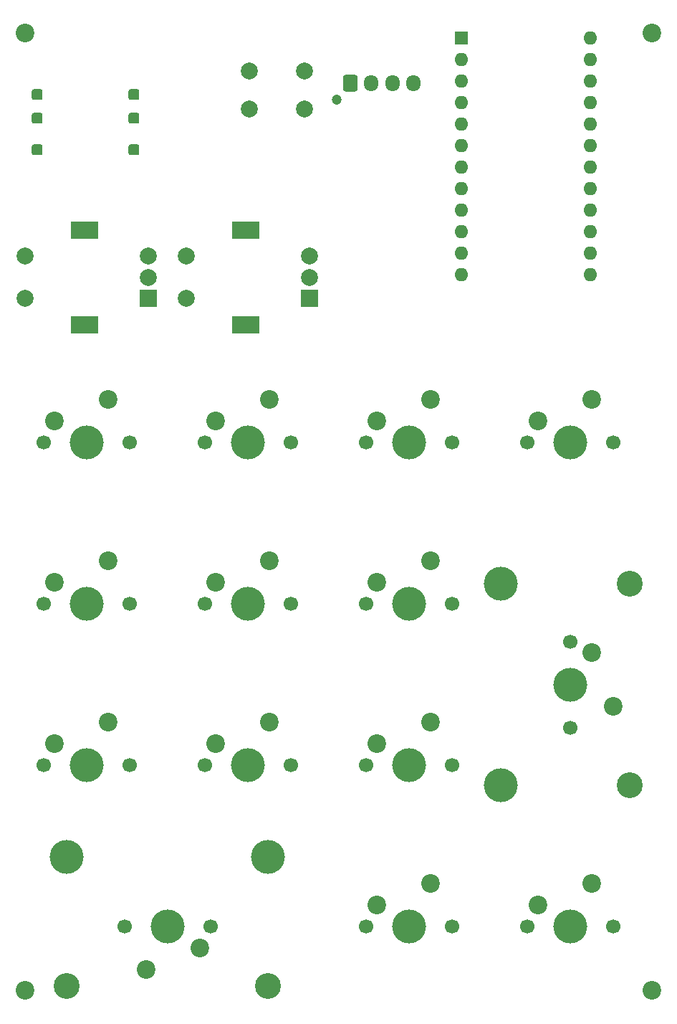
<source format=gbr>
%TF.GenerationSoftware,KiCad,Pcbnew,9.0.4*%
%TF.CreationDate,2025-08-26T19:34:46+02:00*%
%TF.ProjectId,shaghayeghs-keyboard,73686167-6861-4796-9567-68732d6b6579,rev?*%
%TF.SameCoordinates,Original*%
%TF.FileFunction,Soldermask,Bot*%
%TF.FilePolarity,Negative*%
%FSLAX46Y46*%
G04 Gerber Fmt 4.6, Leading zero omitted, Abs format (unit mm)*
G04 Created by KiCad (PCBNEW 9.0.4) date 2025-08-26 19:34:46*
%MOMM*%
%LPD*%
G01*
G04 APERTURE LIST*
G04 Aperture macros list*
%AMRoundRect*
0 Rectangle with rounded corners*
0 $1 Rounding radius*
0 $2 $3 $4 $5 $6 $7 $8 $9 X,Y pos of 4 corners*
0 Add a 4 corners polygon primitive as box body*
4,1,4,$2,$3,$4,$5,$6,$7,$8,$9,$2,$3,0*
0 Add four circle primitives for the rounded corners*
1,1,$1+$1,$2,$3*
1,1,$1+$1,$4,$5*
1,1,$1+$1,$6,$7*
1,1,$1+$1,$8,$9*
0 Add four rect primitives between the rounded corners*
20,1,$1+$1,$2,$3,$4,$5,0*
20,1,$1+$1,$4,$5,$6,$7,0*
20,1,$1+$1,$6,$7,$8,$9,0*
20,1,$1+$1,$8,$9,$2,$3,0*%
G04 Aperture macros list end*
%ADD10RoundRect,0.190500X-0.444500X-0.444500X0.444500X-0.444500X0.444500X0.444500X-0.444500X0.444500X0*%
%ADD11C,2.200000*%
%ADD12C,1.700000*%
%ADD13C,4.000000*%
%ADD14C,2.000000*%
%ADD15R,1.600000X1.600000*%
%ADD16O,1.600000X1.600000*%
%ADD17R,2.000000X2.000000*%
%ADD18R,3.200000X2.000000*%
%ADD19C,1.200000*%
%ADD20RoundRect,0.250000X-0.600000X-0.725000X0.600000X-0.725000X0.600000X0.725000X-0.600000X0.725000X0*%
%ADD21O,1.700000X1.950000*%
%ADD22C,3.050000*%
G04 APERTURE END LIST*
D10*
%TO.C,S1*%
X85437200Y-48275400D03*
X85437200Y-51075400D03*
X85437200Y-54775400D03*
X96837200Y-48275400D03*
X96837200Y-51075400D03*
X96837200Y-54775400D03*
%TD*%
D11*
%TO.C,M2*%
X158000000Y-154000000D03*
%TD*%
%TO.C,M2*%
X84000000Y-154000000D03*
%TD*%
D12*
%TO.C,SW13*%
X124267200Y-146469200D03*
D13*
X129347200Y-146469200D03*
D12*
X134427200Y-146469200D03*
D11*
X131887200Y-141389200D03*
X125537200Y-143929200D03*
%TD*%
D14*
%TO.C,SW_RST1*%
X110467000Y-45487200D03*
X116967000Y-45487200D03*
X110467000Y-49987200D03*
X116967000Y-49987200D03*
%TD*%
D15*
%TO.C,U1*%
X135509000Y-41529000D03*
D16*
X135509000Y-44069000D03*
X135509000Y-46609000D03*
X135509000Y-49149000D03*
X135509000Y-51689000D03*
X135509000Y-54229000D03*
X135509000Y-56769000D03*
X135509000Y-59309000D03*
X135509000Y-61849000D03*
X135509000Y-64389000D03*
X135509000Y-66929000D03*
X135509000Y-69469000D03*
X150749000Y-69469000D03*
X150749000Y-66929000D03*
X150749000Y-64389000D03*
X150749000Y-61849000D03*
X150749000Y-59309000D03*
X150749000Y-56769000D03*
X150749000Y-54229000D03*
X150749000Y-51689000D03*
X150749000Y-49149000D03*
X150749000Y-46609000D03*
X150749000Y-44069000D03*
X150749000Y-41529000D03*
%TD*%
D12*
%TO.C,SW11*%
X124267200Y-127419200D03*
D13*
X129347200Y-127419200D03*
D12*
X134427200Y-127419200D03*
D11*
X131887200Y-122339200D03*
X125537200Y-124879200D03*
%TD*%
D12*
%TO.C,SW4*%
X143317200Y-89319200D03*
D13*
X148397200Y-89319200D03*
D12*
X153477200Y-89319200D03*
D11*
X150937200Y-84239200D03*
X144587200Y-86779200D03*
%TD*%
D17*
%TO.C,SW15*%
X117547200Y-72339200D03*
D14*
X117547200Y-67339200D03*
X117547200Y-69839200D03*
D18*
X110047200Y-75439200D03*
X110047200Y-64239200D03*
D14*
X103047200Y-67339200D03*
X103047200Y-72339200D03*
%TD*%
D19*
%TO.C,J1*%
X120770200Y-48863000D03*
D20*
X122370200Y-46863000D03*
D21*
X124870200Y-46863000D03*
X127370200Y-46863000D03*
X129870200Y-46863000D03*
%TD*%
D12*
%TO.C,SW6*%
X105217200Y-108369200D03*
D13*
X110297200Y-108369200D03*
D12*
X115377200Y-108369200D03*
D11*
X112837200Y-103289200D03*
X106487200Y-105829200D03*
%TD*%
D12*
%TO.C,SW9*%
X86157200Y-127419200D03*
D13*
X91237200Y-127419200D03*
D12*
X96317200Y-127419200D03*
D11*
X93777200Y-122339200D03*
X87427200Y-124879200D03*
%TD*%
D12*
%TO.C,SW2*%
X105217200Y-89319200D03*
D13*
X110297200Y-89319200D03*
D12*
X115377200Y-89319200D03*
D11*
X112837200Y-84239200D03*
X106487200Y-86779200D03*
%TD*%
D12*
%TO.C,SW14*%
X143317200Y-146469200D03*
D13*
X148397200Y-146469200D03*
D12*
X153477200Y-146469200D03*
D11*
X150937200Y-141389200D03*
X144587200Y-143929200D03*
%TD*%
D22*
%TO.C,SW8*%
X155397200Y-105994200D03*
D13*
X140157200Y-105994200D03*
D12*
X148397200Y-112814200D03*
D13*
X148397200Y-117894200D03*
D12*
X148397200Y-122974200D03*
D22*
X155397200Y-129794200D03*
D13*
X140157200Y-129794200D03*
D11*
X153477200Y-120434200D03*
X150937200Y-114084200D03*
%TD*%
D12*
%TO.C,SW7*%
X124267200Y-108369200D03*
D13*
X129347200Y-108369200D03*
D12*
X134427200Y-108369200D03*
D11*
X131887200Y-103289200D03*
X125537200Y-105829200D03*
%TD*%
%TO.C,M2*%
X84000000Y-41000000D03*
%TD*%
D17*
%TO.C,SW16*%
X98487200Y-72339200D03*
D14*
X98487200Y-67339200D03*
X98487200Y-69839200D03*
D18*
X90987200Y-75439200D03*
X90987200Y-64239200D03*
D14*
X83987200Y-67339200D03*
X83987200Y-72339200D03*
%TD*%
D22*
%TO.C,SW12*%
X112672200Y-153469200D03*
D13*
X112672200Y-138229200D03*
D12*
X105852200Y-146469200D03*
D13*
X100772200Y-146469200D03*
D12*
X95692200Y-146469200D03*
D22*
X88872200Y-153469200D03*
D13*
X88872200Y-138229200D03*
D11*
X98232200Y-151549200D03*
X104582200Y-149009200D03*
%TD*%
%TO.C,M2*%
X158000000Y-41000000D03*
%TD*%
D12*
%TO.C,SW10*%
X105217200Y-127419200D03*
D13*
X110297200Y-127419200D03*
D12*
X115377200Y-127419200D03*
D11*
X112837200Y-122339200D03*
X106487200Y-124879200D03*
%TD*%
D12*
%TO.C,SW5*%
X86157200Y-108369200D03*
D13*
X91237200Y-108369200D03*
D12*
X96317200Y-108369200D03*
D11*
X93777200Y-103289200D03*
X87427200Y-105829200D03*
%TD*%
D12*
%TO.C,SW3*%
X124267200Y-89319200D03*
D13*
X129347200Y-89319200D03*
D12*
X134427200Y-89319200D03*
D11*
X131887200Y-84239200D03*
X125537200Y-86779200D03*
%TD*%
D12*
%TO.C,SW1*%
X86157200Y-89319200D03*
D13*
X91237200Y-89319200D03*
D12*
X96317200Y-89319200D03*
D11*
X93777200Y-84239200D03*
X87427200Y-86779200D03*
%TD*%
M02*

</source>
